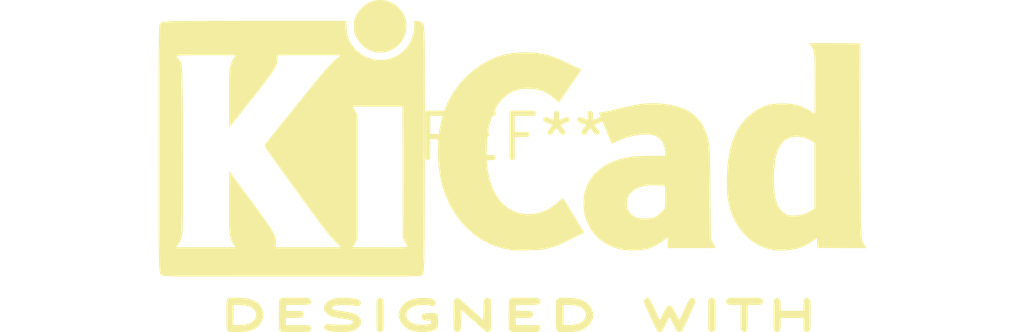
<source format=kicad_pcb>
(kicad_pcb (version 20240108) (generator pcbnew)
  (layers (0 "F.Cu" signal) (31 "B.Cu" signal) (34 "B.Paste" user) (35 "F.Paste" user) (36 "B.SilkS" user "B.Silkscreen") (37 "F.SilkS" user "F.Silkscreen") (38 "B.Mask" user) (39 "F.Mask" user) (44 "Edge.Cuts" user))
  (net 0 "")
  (footprint "KiCad-Logo2_8mm_SilkScreen" (layer "F.Cu") (at 0 0)
    (property "Reference" "REF**")
    (property "Value" "KiCad-Logo2_8mm_SilkScreen")
    (fp_poly (pts (xy 5.751604 4.615477) (xy 5.783174 4.635142) (xy 5.818656 4.663873) (xy 5.818656 5.091966) (xy 5.818543 5.21719) (xy 5.818059 5.315847) (xy 5.816986 5.39143) (xy 5.815108 5.447433) (xy 5.812206 5.487347) (xy 5.808063 5.514666) (xy 5.802462 5.532881) (xy 5.795185 5.545486) (xy 5.790024 5.551696) (xy 5.748168 5.57898) (xy 5.700505 5.577867) (xy 5.658753 5.554602) (xy 5.623271 5.525871) (xy 5.623271 4.663873) (xy 5.658753 4.635142) (xy 5.692998 4.614242) (xy 5.720963 4.60641) (xy 5.751604 4.615477)) (layer "F.SilkS") (stroke (width 0.01)) (fill solid))
    (fp_poly (pts (xy -3.717617 4.63647) (xy -3.708855 4.646552) (xy -3.701982 4.659559) (xy -3.696769 4.678975) (xy -3.692988 4.708284) (xy -3.69041 4.750971) (xy -3.688807 4.810519) (xy -3.687949 4.890414) (xy -3.68761 4.99414) (xy -3.687557 5.094872) (xy -3.68765 5.219816) (xy -3.688081 5.318185) (xy -3.689077 5.393465) (xy -3.690869 5.449138) (xy -3.693683 5.48869) (xy -3.69775 5.515605) (xy -3.703296 5.533367) (xy -3.710551 5.545461) (xy -3.717617 5.553274) (xy -3.761556 5.579476) (xy -3.808374 5.577125) (xy -3.850263 5.548548) (xy -3.859888 5.537391) (xy -3.867409 5.524447) (xy -3.873088 5.506136) (xy -3.877181 5.478882) (xy -3.879949 5.439104) (xy -3.88165 5.383226) (xy -3.882543 5.307668) (xy -3.882887 5.208852) (xy -3.882942 5.096978) (xy -3.882942 4.680192) (xy -3.846051 4.643301) (xy -3.800579 4.612264) (xy -3.75647 4.611145) (xy -3.717617 4.63647)) (layer "F.SilkS") (stroke (width 0.01)) (fill solid))
    (fp_poly (pts (xy -3.602318 -3.916067) (xy -3.466071 -3.868828) (xy -3.339221 -3.794473) (xy -3.225933 -3.693013) (xy -3.130372 -3.564457) (xy -3.087446 -3.483428) (xy -3.050295 -3.370092) (xy -3.032288 -3.239249) (xy -3.034283 -3.104735) (xy -3.056423 -2.982842) (xy -3.116936 -2.833893) (xy -3.204686 -2.704691) (xy -3.315212 -2.597777) (xy -3.444054 -2.515694) (xy -3.586753 -2.460984) (xy -3.738849 -2.43619) (xy -3.895881 -2.443853) (xy -3.973286 -2.460228) (xy -4.124141 -2.518911) (xy -4.258125 -2.608457) (xy -4.372006 -2.726107) (xy -4.462552 -2.869098) (xy -4.470212 -2.884714) (xy -4.496694 -2.943314) (xy -4.513322 -2.992666) (xy -4.52235 -3.04473) (xy -4.526032 -3.111461) (xy -4.526643 -3.184071) (xy -4.525633 -3.271309) (xy -4.521072 -3.334376) (xy -4.510666 -3.385364) (xy -4.492121 -3.436367) (xy -4.46923 -3.486687) (xy -4.383846 -3.62953) (xy -4.278699 -3.74519) (xy -4.157955 -3.833675) (xy -4.025779 -3.894995) (xy -3.886337 -3.929161) (xy -3.743795 -3.936182) (xy -3.602318 -3.916067)) (layer "F.SilkS") (stroke (width 0.01)) (fill solid))
    (fp_poly (pts (xy 6.782677 4.606539) (xy 6.887465 4.607043) (xy 6.968799 4.608096) (xy 7.02998 4.609876) (xy 7.074311 4.612557) (xy 7.105094 4.616314) (xy 7.125631 4.621325) (xy 7.139225 4.627763) (xy 7.145803 4.632712) (xy 7.179944 4.676029) (xy 7.184074 4.721003) (xy 7.162976 4.76186) (xy 7.149179 4.778186) (xy 7.134332 4.789318) (xy 7.112815 4.79625) (xy 7.079008 4.799977) (xy 7.027292 4.801494) (xy 6.952047 4.801794) (xy 6.937269 4.801795) (xy 6.742975 4.801795) (xy 6.742975 5.162505) (xy 6.742847 5.276201) (xy 6.742266 5.363685) (xy 6.740936 5.428802) (xy 6.73856 5.475398) (xy 6.734844 5.507319) (xy 6.729492 5.528412) (xy 6.722207 5.542523) (xy 6.712916 5.553274) (xy 6.669071 5.579696) (xy 6.6233 5.577614) (xy 6.58179 5.547469) (xy 6.578741 5.543733) (xy 6.568812 5.52961) (xy 6.561248 5.513086) (xy 6.555729 5.490146) (xy 6.551933 5.456773) (xy 6.549542 5.408955) (xy 6.548234 5.342674) (xy 6.547691 5.253918) (xy 6.547591 5.152963) (xy 6.547591 4.801795) (xy 6.36205 4.801795) (xy 6.282427 4.801256) (xy 6.227304 4.799157) (xy 6.191132 4.794771) (xy 6.168362 4.787376) (xy 6.153447 4.776245) (xy 6.151636 4.77431) (xy 6.129858 4.730057) (xy 6.131784 4.680029) (xy 6.156821 4.63647) (xy 6.166504 4.62802) (xy 6.178988 4.621321) (xy 6.197603 4.616169) (xy 6.225677 4.612361) (xy 6.266541 4.609697) (xy 6.323522 4.607972) (xy 6.399952 4.606984) (xy 6.499157 4.606532) (xy 6.624469 4.606412) (xy 6.651133 4.60641) (xy 6.782677 4.606539)) (layer "F.SilkS") (stroke (width 0.01)) (fill solid))
    (fp_poly (pts (xy 8.467859 4.613688) (xy 8.509635 4.643301) (xy 8.546525 4.680192) (xy 8.546525 5.092162) (xy 8.546429 5.214486) (xy 8.545972 5.310398) (xy 8.544903 5.383544) (xy 8.542971 5.43757) (xy 8.539923 5.476123) (xy 8.535509 5.502848) (xy 8.529476 5.521394) (xy 8.521574 5.535405) (xy 8.515375 5.543733) (xy 8.474461 5.576449) (xy 8.427482 5.58) (xy 8.384544 5.559937) (xy 8.370356 5.548092) (xy 8.360872 5.532358) (xy 8.355151 5.507022) (xy 8.352253 5.46637) (xy 8.351238 5.404688) (xy 8.351141 5.357038) (xy 8.351141 5.177535) (xy 7.689839 5.177535) (xy 7.689839 5.340833) (xy 7.689155 5.415505) (xy 7.686419 5.466824) (xy 7.680604 5.501477) (xy 7.670684 5.526155) (xy 7.658689 5.543733) (xy 7.617546 5.576357) (xy 7.571017 5.58022) (xy 7.526473 5.557032) (xy 7.514312 5.544876) (xy 7.505723 5.528761) (xy 7.500058 5.50366) (xy 7.496669 5.464544) (xy 7.494908 5.406386) (xy 7.494128 5.324158) (xy 7.494036 5.305286) (xy 7.493392 5.150357) (xy 7.49306 5.022674) (xy 7.493168 4.919427) (xy 7.493845 4.837803) (xy 7.495218 4.774992) (xy 7.497416 4.728181) (xy 7.500566 4.694559) (xy 7.504798 4.671315) (xy 7.510238 4.655636) (xy 7.517015 4.644711) (xy 7.524514 4.63647) (xy 7.566933 4.610107) (xy 7.611172 4.613688) (xy 7.652948 4.643301) (xy 7.669853 4.662407) (xy 7.680629 4.683511) (xy 7.686641 4.713568) (xy 7.689256 4.759533) (xy 7.689839 4.82836) (xy 7.689839 4.98215) (xy 8.351141 4.98215) (xy 8.351141 4.824339) (xy 8.351816 4.751636) (xy 8.354526 4.702545) (xy 8.360301 4.670636) (xy 8.370169 4.649478) (xy 8.3812 4.63647) (xy 8.423619 4.610107) (xy 8.467859 4.613688)) (layer "F.SilkS") (stroke (width 0.01)) (fill solid))
    (fp_poly (pts (xy 1.530783 4.606687) (xy 1.702501 4.612493) (xy 1.848555 4.630101) (xy 1.971353 4.660563) (xy 2.073303 4.704935) (xy 2.156814 4.764271) (xy 2.224293 4.839624) (xy 2.278149 4.93205) (xy 2.279208 4.934304) (xy 2.311349 5.017024) (xy 2.322801 5.090284) (xy 2.31352 5.164012) (xy 2.283461 5.248135) (xy 2.277761 5.260937) (xy 2.238885 5.335862) (xy 2.195195 5.393757) (xy 2.138806 5.442972) (xy 2.061838 5.491857) (xy 2.057366 5.494409) (xy 1.990363 5.526595) (xy 1.914631 5.550632) (xy 1.825304 5.567351) (xy 1.717515 5.577579) (xy 1.586398 5.582146) (xy 1.540072 5.582543) (xy 1.319476 5.583334) (xy 1.288326 5.543733) (xy 1.279086 5.530711) (xy 1.271878 5.515504) (xy 1.26645 5.494466) (xy 1.262551 5.46395) (xy 1.259929 5.420311) (xy 1.259074 5.387949) (xy 1.467591 5.387949) (xy 1.592582 5.387949) (xy 1.665723 5.38581) (xy 1.740807 5.380181) (xy 1.80243 5.372243) (xy 1.806149 5.371575) (xy 1.915599 5.342212) (xy 2.000494 5.298097) (xy 2.063518 5.237183) (xy 2.10736 5.157424) (xy 2.114983 5.136284) (xy 2.122456 5.103362) (xy 2.119221 5.070836) (xy 2.103479 5.027564) (xy 2.09399 5.006307) (xy 2.062917 4.94982) (xy 2.025479 4.910191) (xy 1.984287 4.882594) (xy 1.901776 4.846682) (xy 1.796179 4.820668) (xy 1.673164 4.805688) (xy 1.58407 4.802392) (xy 1.467591 4.801795) (xy 1.467591 5.387949) (xy 1.259074 5.387949) (xy 1.258332 5.3599) (xy 1.25751 5.279072) (xy 1.25721 5.174181) (xy 1.257176 5.092162) (xy 1.257176 4.680192) (xy 1.294067 4.643301) (xy 1.31044 4.628348) (xy 1.328143 4.618108) (xy 1.352865 4.611701) (xy 1.390294 4.608247) (xy 1.446119 4.606867) (xy 1.526028 4.606681) (xy 1.530783 4.606687)) (layer "F.SilkS") (stroke (width 0.01)) (fill solid))
    (fp_poly (pts (xy -7.974708 4.606409) (xy -7.922143 4.606944) (xy -7.768119 4.61066) (xy -7.639125 4.621699) (xy -7.530763 4.641246) (xy -7.438638 4.670483) (xy -7.358353 4.710597) (xy -7.285512 4.762769) (xy -7.259495 4.785433) (xy -7.216337 4.838462) (xy -7.177421 4.910421) (xy -7.147427 4.990184) (xy -7.131035 5.066625) (xy -7.129332 5.094872) (xy -7.140005 5.173174) (xy -7.168607 5.258705) (xy -7.210011 5.339663) (xy -7.259095 5.404246) (xy -7.267067 5.412038) (xy -7.3346 5.466808) (xy -7.408552 5.509563) (xy -7.493188 5.541423) (xy -7.592771 5.563508) (xy -7.711566 5.576938) (xy -7.853834 5.582834) (xy -7.919 5.583334) (xy -8.001855 5.582935) (xy -8.060123 5.581266) (xy -8.09927 5.577622) (xy -8.124763 5.571293) (xy -8.142068 5.561574) (xy -8.151344 5.553274) (xy -8.160106 5.543192) (xy -8.166979 5.530185) (xy -8.172192 5.510769) (xy -8.175973 5.48146) (xy -8.178551 5.438773) (xy -8.180154 5.379225) (xy -8.181011 5.29933) (xy -8.181351 5.195605) (xy -8.181403 5.094872) (xy -8.181734 4.960519) (xy -8.181662 4.853192) (xy -8.180384 4.801795) (xy -7.986019 4.801795) (xy -7.986019 5.387949) (xy -7.862025 5.387835) (xy -7.787415 5.385696) (xy -7.709272 5.380183) (xy -7.644074 5.372472) (xy -7.64209 5.372155) (xy -7.536717 5.346678) (xy -7.454986 5.307) (xy -7.392816 5.250538) (xy -7.353314 5.189406) (xy -7.328974 5.121593) (xy -7.330861 5.057919) (xy -7.359109 4.989665) (xy -7.414362 4.919056) (xy -7.490927 4.866735) (xy -7.590449 4.831763) (xy -7.656961 4.819386) (xy -7.732461 4.810694) (xy -7.812479 4.804404) (xy -7.880538 4.801788) (xy -7.884569 4.801776) (xy -7.986019 4.801795) (xy -8.180384 4.801795) (xy -8.17959 4.769881) (xy -8.173915 4.707579) (xy -8.163041 4.663275) (xy -8.145368 4.63396) (xy -8.119297 4.616625) (xy -8.083229 4.608261) (xy -8.035566 4.605859) (xy -7.974708 4.606409)) (layer "F.SilkS") (stroke (width 0.01)) (fill solid))
    (fp_poly (pts (xy -1.555874 4.612244) (xy -1.524499 4.630649) (xy -1.483476 4.660749) (xy -1.430678 4.70396) (xy -1.363979 4.761702) (xy -1.281253 4.835392) (xy -1.180374 4.926448) (xy -1.064895 5.031138) (xy -0.824421 5.249207) (xy -0.816906 4.956508) (xy -0.814193 4.855754) (xy -0.811576 4.780722) (xy -0.808474 4.727084) (xy -0.80431 4.69051) (xy -0.798505 4.666671) (xy -0.790478 4.651238) (xy -0.779651 4.639882) (xy -0.77391 4.63511) (xy -0.727937 4.609877) (xy -0.684191 4.613566) (xy -0.649489 4.635123) (xy -0.614007 4.663835) (xy -0.609594 5.08315) (xy -0.608373 5.206471) (xy -0.607751 5.303348) (xy -0.607944 5.377394) (xy -0.609168 5.432221) (xy -0.611638 5.471443) (xy -0.615568 5.498673) (xy -0.621174 5.517523) (xy -0.628672 5.531605) (xy -0.636987 5.542899) (xy -0.654976 5.563846) (xy -0.672875 5.577731) (xy -0.693166 5.58306) (xy -0.718332 5.57834) (xy -0.750854 5.562077) (xy -0.793217 5.532777) (xy -0.847902 5.488946) (xy -0.917391 5.429091) (xy -1.004169 5.351718) (xy -1.102469 5.262814) (xy -1.455664 4.942435) (xy -1.463179 5.234177) (xy -1.465897 5.334747) (xy -1.468521 5.409604) (xy -1.471633 5.463084) (xy -1.475816 5.499526) (xy -1.481651 5.523268) (xy -1.48972 5.538646) (xy -1.500605 5.55) (xy -1.506175 5.554626) (xy -1.55541 5.580042) (xy -1.601931 5.576209) (xy -1.642443 5.543733) (xy -1.65171 5.530667) (xy -1.658933 5.515409) (xy -1.664366 5.494296) (xy -1.668262 5.463669) (xy -1.670875 5.419866) (xy -1.672461 5.359227) (xy -1.673272 5.278091) (xy -1.673562 5.172797) (xy -1.673593 5.094872) (xy -1.673495 4.972988) (xy -1.673033 4.877503) (xy -1.671951 4.804755) (xy -1.669997 4.751083) (xy -1.666916 4.712827) (xy -1.662454 4.686327) (xy -1.656357 4.66792) (xy -1.648371 4.653948) (xy -1.642443 4.646011) (xy -1.627416 4.627212) (xy -1.613372 4.613017) (xy -1.598184 4.604846) (xy -1.579727 4.604116) (xy -1.555874 4.612244)) (layer "F.SilkS") (stroke (width 0.01)) (fill solid))
    (fp_poly (pts (xy -2.421216 4.613776) (xy -2.329995 4.629082) (xy -2.259936 4.652875) (xy -2.214358 4.684204) (xy -2.201938 4.702078) (xy -2.189308 4.743649) (xy -2.197807 4.781256) (xy -2.224639 4.816919) (xy -2.26633 4.833603) (xy -2.326824 4.832248) (xy -2.373613 4.823209) (xy -2.477582 4.805987) (xy -2.583834 4.804351) (xy -2.702763 4.818329) (xy -2.735614 4.824252) (xy -2.846199 4.855431) (xy -2.932713 4.90181) (xy -2.994207 4.962599) (xy -3.029732 5.037008) (xy -3.037079 5.075478) (xy -3.03227 5.153527) (xy -3.00122 5.222581) (xy -2.94676 5.281293) (xy -2.871718 5.328317) (xy -2.778924 5.362307) (xy -2.671206 5.381918) (xy -2.551395 5.385805) (xy -2.422319 5.37262) (xy -2.415031 5.371376) (xy -2.363692 5.361814) (xy -2.335226 5.352578) (xy -2.322888 5.338873) (xy -2.319932 5.315906) (xy -2.319865 5.303743) (xy -2.319865 5.252683) (xy -2.411031 5.252683) (xy -2.491536 5.247168) (xy -2.546475 5.229594) (xy -2.57844 5.198417) (xy -2.590026 5.152094) (xy -2.590167 5.146048) (xy -2.583389 5.106453) (xy -2.560145 5.078181) (xy -2.516884 5.059471) (xy -2.450055 5.048564) (xy -2.385324 5.044554) (xy -2.291241 5.042253) (xy -2.222998 5.045764) (xy -2.176455 5.058719) (xy -2.147472 5.08475) (xy -2.131909 5.127491) (xy -2.125625 5.190574) (xy -2.12448 5.273428) (xy -2.126356 5.36591) (xy -2.132 5.428818) (xy -2.141436 5.462403) (xy -2.143267 5.465033) (xy -2.195079 5.506998) (xy -2.271044 5.540232) (xy -2.366346 5.564023) (xy -2.47617 5.577663) (xy -2.5957 5.580442) (xy -2.72012 5.571649) (xy -2.793297 5.560849) (xy -2.908074 5.528362) (xy -3.01475 5.47525) (xy -3.104065 5.406319) (xy -3.11764 5.392542) (xy -3.161746 5.334622) (xy -3.201543 5.26284) (xy -3.232381 5.187583) (xy -3.249611 5.119241) (xy -3.251688 5.092993) (xy -3.242847 5.038241) (xy -3.219349 4.970119) (xy -3.185703 4.898414) (xy -3.146418 4.832913) (xy -3.111709 4.789162) (xy -3.030557 4.724083) (xy -2.925652 4.672285) (xy -2.800754 4.634938) (xy -2.659621 4.613217) (xy -2.530279 4.607909) (xy -2.421216 4.613776)) (layer "F.SilkS") (stroke (width 0.01)) (fill solid))
    (fp_poly (pts (xy 0.481716 4.606667) (xy 0.583377 4.607884) (xy 0.661282 4.61073) (xy 0.718581 4.615874) (xy 0.758427 4.623984) (xy 0.783968 4.635731) (xy 0.798357 4.651782) (xy 0.804745 4.672808) (xy 0.806281 4.699476) (xy 0.806289 4.702626) (xy 0.804955 4.73279) (xy 0.798651 4.756103) (xy 0.783922 4.773506) (xy 0.757315 4.78594) (xy 0.715374 4.794345) (xy 0.654646 4.799665) (xy 0.571676 4.802839) (xy 0.463011 4.804809) (xy 0.429705 4.805245) (xy 0.107413 4.80931) (xy 0.102906 4.89573) (xy 0.098398 4.98215) (xy 0.322263 4.98215) (xy 0.409721 4.982473) (xy 0.472169 4.983837) (xy 0.514654 4.986839) (xy 0.542223 4.992073) (xy 0.559922 5.000135) (xy 0.572797 5.01162) (xy 0.57288 5.011711) (xy 0.59623 5.056471) (xy 0.595386 5.104847) (xy 0.570879 5.146086) (xy 0.566029 5.150325) (xy 0.548815 5.161249) (xy 0.525226 5.168849) (xy 0.490007 5.173697) (xy 0.4379 5.176366) (xy 0.36365 5.177428) (xy 0.316162 5.177535) (xy 0.099898 5.177535) (xy 0.099898 5.387949) (xy 0.42822 5.387949) (xy 0.536618 5.388139) (xy 0.618935 5.388914) (xy 0.679149 5.390584) (xy 0.721235 5.393458) (xy 0.749171 5.397847) (xy 0.766934 5.404059) (xy 0.7785 5.412404) (xy 0.781415 5.415434) (xy 0.802936 5.457434) (xy 0.80451 5.505214) (xy 0.786855 5.546642) (xy 0.772885 5.559937) (xy 0.758354 5.567256) (xy 0.735838 5.572919) (xy 0.701776 5.577123) (xy 0.652607 5.580068) (xy 0.584768 5.581951) (xy 0.494698 5.58297) (xy 0.378837 5.583325) (xy 0.352643 5.583334) (xy 0.234839 5.583256) (xy 0.143396 5.582831) (xy 0.074614 5.581766) (xy 0.024796 5.579769) (xy -0.00976 5.57655) (xy -0.03275 5.571816) (xy -0.047874 5.565277) (xy -0.058831 5.556641) (xy -0.064842 5.55044) (xy -0.07389 5.539457) (xy -0.080958 5.525852) (xy -0.086291 5.506056) (xy -0.090132 5.476502) (xy -0.092725 5.433621) (xy -0.094313 5.373845) (xy -0.095139 5.293607) (xy -0.095448 5.189339) (xy -0.095486 5.10158) (xy -0.095392 4.978608) (xy -0.094943 4.882069) (xy -0.093892 4.808339) (xy -0.09199 4.75379) (xy -0.088991 4.714799) (xy -0.084645 4.687739) (xy -0.078706 4.668984) (xy -0.070925 4.65491) (xy -0.064336 4.646011) (xy -0.033186 4.60641) (xy 0.353148 4.60641) (xy 0.481716 4.606667)) (layer "F.SilkS") (stroke (width 0.01)) (fill solid))
    (fp_poly (pts (xy -6.099384 4.606516) (xy -6.006976 4.607012) (xy -5.937227 4.608165) (xy -5.886437 4.610244) (xy -5.850905 4.613515) (xy -5.826932 4.618247) (xy -5.810818 4.624707) (xy -5.798863 4.633163) (xy -5.794533 4.637055) (xy -5.768205 4.678404) (xy -5.763465 4.725916) (xy -5.780784 4.768095) (xy -5.788793 4.77662) (xy -5.801746 4.784885) (xy -5.822602 4.791261) (xy -5.85523 4.796059) (xy -5.903496 4.799588) (xy -5.971268 4.802158) (xy -6.062414 4.804081) (xy -6.145745 4.805251) (xy -6.475546 4.80931) (xy -6.48456 4.98215) (xy -6.260696 4.98215) (xy -6.163508 4.982989) (xy -6.092357 4.986496) (xy -6.043245 4.994159) (xy -6.012171 5.007467) (xy -5.995138 5.027905) (xy -5.988146 5.056963) (xy -5.987084 5.083931) (xy -5.990384 5.117021) (xy -6.002837 5.141404) (xy -6.028274 5.158353) (xy -6.070525 5.169143) (xy -6.13342 5.175048) (xy -6.220789 5.177341) (xy -6.268475 5.177535) (xy -6.48306 5.177535) (xy -6.48306 5.387949) (xy -6.152409 5.387949) (xy -6.044024 5.3881) (xy -5.961651 5.388778) (xy -5.901243 5.39032) (xy -5.858753 5.393063) (xy -5.830135 5.397345) (xy -5.811342 5.403503) (xy -5.798328 5.411873) (xy -5.791699 5.418008) (xy -5.768961 5.453813) (xy -5.76164 5.485641) (xy -5.772093 5.524518) (xy -5.791699 5.553274) (xy -5.802159 5.562327) (xy -5.815662 5.569357) (xy -5.83584 5.574618) (xy -5.866325 5.578365) (xy -5.910749 5.580854) (xy -5.972745 5.582339) (xy -6.055945 5.583075) (xy -6.163981 5.583318) (xy -6.220043 5.583334) (xy -6.340098 5.583227) (xy -6.433728 5.582739) (xy -6.504563 5.581613) (xy -6.556235 5.579595) (xy -6.592377 5.57643) (xy -6.616622 5.571863) (xy -6.632601 5.56564) (xy -6.643947 5.557504) (xy -6.648386 5.553274) (xy -6.657171 5.54316) (xy -6.664058 5.530112) (xy -6.669275 5.510634) (xy -6.673053 5.481228) (xy -6.675624 5.438398) (xy -6.677218 5.378648) (xy -6.678065 5.298481) (xy -6.678396 5.194401) (xy -6.678445 5.097492) (xy -6.6784 4.973387) (xy -6.678088 4.87583) (xy -6.677242 4.80131) (xy -6.675596 4.746315) (xy -6.672883 4.707334) (xy -6.668837 4.680857) (xy -6.663191 4.66337) (xy -6.65568 4.651364) (xy -6.646036 4.641327) (xy -6.64366 4.63909) (xy -6.632129 4.629183) (xy -6.618732 4.621512) (xy -6.59975 4.61579) (xy -6.571469 4.611732) (xy -6.530172 4.609052) (xy -6.472142 4.607466) (xy -6.393663 4.606688) (xy -6.29102 4.606432) (xy -6.21815 4.60641) (xy -6.099384 4.606516)) (layer "F.SilkS") (stroke (width 0.01)) (fill solid))
    (fp_poly (pts (xy 5.160547 4.60903) (xy 5.186628 4.61835) (xy 5.187634 4.618806) (xy 5.223052 4.645834) (xy 5.242566 4.673636) (xy 5.246384 4.686672) (xy 5.246195 4.703992) (xy 5.240822 4.728667) (xy 5.229088 4.763764) (xy 5.209813 4.812353) (xy 5.181822 4.877502) (xy 5.143936 4.962281) (xy 5.094978 5.069759) (xy 5.068031 5.128503) (xy 5.01937 5.233373) (xy 4.97369 5.329814) (xy 4.932734 5.414298) (xy 4.898246 5.4833) (xy 4.871969 5.533294) (xy 4.855646 5.560754) (xy 4.852416 5.564547) (xy 4.811089 5.58128) (xy 4.764409 5.579039) (xy 4.72697 5.558687) (xy 4.725444 5.557032) (xy 4.710551 5.534486) (xy 4.685569 5.490571) (xy 4.653579 5.43094) (xy 4.61766 5.361246) (xy 4.604752 5.335563) (xy 4.507314 5.140397) (xy 4.401106 5.352407) (xy 4.363197 5.425661) (xy 4.328027 5.48919) (xy 4.298468 5.538131) (xy 4.277394 5.567622) (xy 4.270252 5.573876) (xy 4.214738 5.582345) (xy 4.168929 5.564547) (xy 4.155454 5.545525) (xy 4.132136 5.503249) (xy 4.100877 5.44188) (xy 4.06358 5.365576) (xy 4.022146 5.278499) (xy 3.978478 5.184807) (xy 3.934478 5.088661) (xy 3.892048 4.994221) (xy 3.85309 4.905645) (xy 3.819507 4.827096) (xy 3.793201 4.762731) (xy 3.776074 4.716711) (xy 3.770029 4.693197) (xy 3.770091 4.692345) (xy 3.7848 4.662756) (xy 3.814202 4.63262) (xy 3.815933 4.631308) (xy 3.85207 4.610882) (xy 3.885494 4.61108) (xy 3.898022 4.614931) (xy 3.913287 4.623253) (xy 3.929498 4.639625) (xy 3.948599 4.667442) (xy 3.972535 4.7101) (xy 4.003251 4.770995) (xy 4.042691 4.853525) (xy 4.078258 4.929707) (xy 4.119177 5.018014) (xy 4.155844 5.097426) (xy 4.186354 5.163796) (xy 4.208802 5.212975) (xy 4.221283 5.240813) (xy 4.223103 5.245168) (xy 4.23129 5.238049) (xy 4.250105 5.208241) (xy 4.277046 5.160096) (xy 4.309608 5.097963) (xy 4.322566 5.072328) (xy 4.36646 4.985765) (xy 4.400311 4.922725) (xy 4.426897 4.879542) (xy 4.448995 4.852552) (xy 4.469384 4.838088) (xy 4.49084 4.832487) (xy 4.504823 4.831854) (xy 4.529488 4.83404) (xy 4.551102 4.843079) (xy 4.572578 4.862697) (xy 4.59683 4.896617) (xy 4.62677 4.948562) (xy 4.665313 5.022258) (xy 4.686578 5.06418) (xy 4.721072 5.130994) (xy 4.751156 5.186401) (xy 4.774177 5.225727) (xy 4.78748 5.244296) (xy 4.789289 5.245069) (xy 4.79788 5.230455) (xy 4.817114 5.192507) (xy 4.845065 5.135196) (xy 4.879807 5.062496) (xy 4.919413 4.978376) (xy 4.938896 4.936594) (xy 4.98958 4.828763) (xy 5.030393 4.74579) (xy 5.063454 4.684966) (xy 5.090881 4.643585) (xy 5.114792 4.61894) (xy 5.137308 4.608324) (xy 5.160547 4.60903)) (layer "F.SilkS") (stroke (width 0.01)) (fill solid))
    (fp_poly (pts (xy -4.739942 4.608121) (xy -4.640337 4.615084) (xy -4.547698 4.625959) (xy -4.467412 4.640338) (xy -4.404862 4.65781) (xy -4.365435 4.677966) (xy -4.359383 4.683899) (xy -4.338338 4.729939) (xy -4.34472 4.777204) (xy -4.377361 4.817642) (xy -4.378918 4.818801) (xy -4.398117 4.831261) (xy -4.418159 4.837813) (xy -4.446114 4.838608) (xy -4.489053 4.8338) (xy -4.554045 4.823539) (xy -4.559273 4.822675) (xy -4.656115 4.810778) (xy -4.760598 4.804909) (xy -4.865389 4.804852) (xy -4.963156 4.810391) (xy -5.046566 4.821309) (xy -5.108287 4.837389) (xy -5.112342 4.839005) (xy -5.157118 4.864093) (xy -5.17285 4.889482) (xy -5.160534 4.914451) (xy -5.121169 4.93828) (xy -5.055752 4.960246) (xy -4.96528 4.97963) (xy -4.904954 4.988962) (xy -4.779554 5.006913) (xy -4.679819 5.023323) (xy -4.6015 5.039612) (xy -4.540347 5.057202) (xy -4.492113 5.077513) (xy -4.452549 5.101967) (xy -4.417406 5.131984) (xy -4.389165 5.16146) (xy -4.355662 5.202531) (xy -4.339173 5.237846) (xy -4.334017 5.281357) (xy -4.33383 5.297292) (xy -4.337702 5.350169) (xy -4.353181 5.389507) (xy -4.379969 5.424424) (xy -4.434413 5.477798) (xy -4.495124 5.518502) (xy -4.566612 5.547864) (xy -4.65339 5.567211) (xy -4.759968 5.57787) (xy -4.890857 5.581169) (xy -4.912469 5.581113) (xy -4.999752 5.579304) (xy -5.086313 5.575193) (xy -5.162716 5.56937) (xy -5.219524 5.562425) (xy -5.224118 5.561628) (xy -5.280599 5.548248) (xy -5.328506 5.531346) (xy -5.355627 5.515895) (xy -5.380865 5.47513) (xy -5.382623 5.427662) (xy -5.360866 5.385359) (xy -5.355998 5.380576) (xy -5.335876 5.366363) (xy -5.310712 5.36024) (xy -5.271767 5.361282) (xy -5.224489 5.366698) (xy -5.171659 5.371537) (xy -5.097602 5.375619) (xy -5.011145 5.378582) (xy -4.921117 5.380061) (xy -4.897439 5.380158) (xy -4.807076 5.379794) (xy -4.740943 5.37804) (xy -4.693221 5.374287) (xy -4.658092 5.367927) (xy -4.629736 5.358351) (xy -4.612695 5.350375) (xy -4.57525 5.328229) (xy -4.551375 5.308172) (xy -4.547886 5.302487) (xy -4.555247 5.279009) (xy -4.590241 5.256281) (xy -4.650442 5.235334) (xy -4.733425 5.2172) (xy -4.757874 5.213161) (xy -4.885576 5.193103) (xy -4.987494 5.176338) (xy -5.06756 5.161647) (xy -5.129708 5.147812) (xy -5.177872 5.133615) (xy -5.215986 5.117837) (xy -5.247984 5.09926) (xy -5.277798 5.076666) (xy -5.309364 5.048837) (xy -5.319986 5.03908) (xy -5.357227 5.002666) (xy -5.376941 4.973816) (xy -5.384653 4.940802) (xy -5.385901 4.899199) (xy -5.372169 4.817615) (xy -5.331132 4.748298) (xy -5.263024 4.691472) (xy -5.168081 4.647361) (xy -5.100338 4.627576) (xy -5.026713 4.614797) (xy -4.938515 4.607568) (xy -4.84113 4.605479) (xy -4.739942 4.608121)) (layer "F.SilkS") (stroke (width 0.01)) (fill solid))
    (fp_poly (pts (xy 0.581378 -2.430769) (xy 0.777019 -2.409351) (xy 0.966562 -2.371015) (xy 1.157717 -2.313762) (xy 1.358196 -2.235591) (xy 1.575708 -2.134504) (xy 1.61488 -2.114924) (xy 1.704772 -2.070638) (xy 1.789553 -2.030761) (xy 1.860855 -1.999102) (xy 1.91031 -1.979468) (xy 1.917908 -1.976996) (xy 1.990714 -1.955183) (xy 1.664803 -1.481056) (xy 1.585123 -1.365177) (xy 1.512272 -1.259306) (xy 1.44873 -1.167038) (xy 1.396972 -1.091967) (xy 1.359477 -1.037687) (xy 1.338723 -1.007793) (xy 1.335351 -1.003059) (xy 1.321655 -1.012958) (xy 1.287943 -1.042715) (xy 1.240244 -1.086927) (xy 1.21392 -1.111916) (xy 1.064772 -1.230544) (xy 0.897268 -1.320687) (xy 0.752928 -1.370064) (xy 0.666283 -1.385571) (xy 0.557796 -1.395021) (xy 0.440227 -1.398239) (xy 0.326334 -1.395049) (xy 0.228879 -1.385276) (xy 0.18999 -1.377791) (xy 0.014712 -1.317488) (xy -0.143235 -1.22541) (xy -0.283732 -1.101727) (xy -0.406665 -0.946607) (xy -0.511915 -0.760219) (xy -0.599365 -0.54273) (xy -0.6689 -0.294308) (xy -0.710225 -0.081643) (xy -0.721006 0.012241) (xy -0.728352 0.133524) (xy -0.732333 0.273493) (xy -0.733021 0.423431) (xy -0.730486 0.574622) (xy -0.7248 0.718351) (xy -0.716033 0.845903) (xy -0.704256 0.948562) (xy -0.701707 0.964401) (xy -0.645519 1.219536) (xy -0.568964 1.445342) (xy -0.471574 1.642831) (xy -0.352886 1.813014) (xy -0.268637 1.905022) (xy -0.11723 2.029943) (xy 0.048817 2.12254) (xy 0.226701 2.182309) (xy 0.413622 2.208746) (xy 0.606778 2.201348) (xy 0.803369 2.159611) (xy 0.919597 2.118771) (xy 1.080438 2.03699) (xy 1.246213 1.919678) (xy 1.339073 1.840345) (xy 1.391214 1.794429) (xy 1.43218 1.760742) (xy 1.455498 1.74451) (xy 1.458393 1.744015) (xy 1.4688 1.760601) (xy 1.495767 1.804432) (xy 1.536996 1.871748) (xy 1.590189 1.958794) (xy 1.65305 2.06181) (xy 1.723281 2.177041) (xy 1.762372 2.241231) (xy 2.060964 2.731677) (xy 1.688161 2.915915) (xy 1.553369 2.982093) (xy 1.444175 3.034278) (xy 1.353907 3.07506) (xy 1.275888 3.107033) (xy 1.203444 3.132787) (xy 1.129901 3.154914) (xy 1.048584 3.176007) (xy 0.970643 3.19453) (xy 0.901366 3.208863) (xy 0.828917 3.219694) (xy 0.746042 3.227626) (xy 0.645488 3.233258) (xy 0.520003 3.237192) (xy 0.435428 3.238891) (xy 0.314754 3.24005) (xy 0.199042 3.239465) (xy 0.095951 3.237304) (xy 0.013138 3.233732) (xy -0.04174 3.228917) (xy -0.044992 3.228437) (xy -0.329957 3.166786) (xy -0.597558 3.073285) (xy -0.847703 2.947993) (xy -1.080296 2.790974) (xy -1.295243 2.602289) (xy -1.49245 2.382) (xy -1.635273 2.186214) (xy -1.78732 1.929949) (xy -1.910227 1.659317) (xy -2.00459 1.372149) (xy -2.071001 1.066276) (xy -2.110056 0.739528) (xy -2.12236 0.407739) (xy -2.112241 0.086779) (xy -2.080439 -0.209354) (xy -2.025946 -0.485655) (xy -1.94775 -0.747119) (xy -1.844841 -0.998742) (xy -1.832553 -1.02481) (xy -1.69718 -1.268493) (xy -1.530911 -1.500382) (xy -1.338459 -1.715677) (xy -1.124534 -1.909578) (xy -0.893845 -2.077285) (xy -0.678891 -2.200304) (xy -0.461742 -2.296655) (xy -0.244132 -2.366449) (xy -0.017638 -2.411587) (xy 0.226166 -2.433969) (xy 0.371928 -2.437269) (xy 0.581378 -2.430769)) (layer "F.SilkS") (stroke (width 0.01)) (fill solid))
    (fp_poly (pts (xy 9.041571 -2.699911) (xy 9.195876 -2.699277) (xy 9.248321 -2.698958) (xy 9.9695 -2.694214) (xy 9.978571 0.072572) (xy 9.979769 0.447756) (xy 9.980832 0.788417) (xy 9.981827 1.096318) (xy 9.982823 1.373221) (xy 9.983888 1.620888) (xy 9.985091 1.841081) (xy 9.986499 2.035562) (xy 9.988182 2.206094) (xy 9.990206 2.35444) (xy 9.992641 2.482361) (xy 9.995554 2.59162) (xy 9.999015 2.683979) (xy 10.00309 2.7612) (xy 10.007849 2.825046) (xy 10.01336 2.877278) (xy 10.019691 2.91966) (xy 10.02691 2.953953) (xy 10.035085 2.98192) (xy 10.044285 3.005324) (xy 10.054577 3.025925) (xy 10.066031 3.045487) (xy 10.078715 3.065772) (xy 10.092695 3.088543) (xy 10.095561 3.093393) (xy 10.14364 3.175433) (xy 8.753928 3.165929) (xy 8.744857 3.013295) (xy 8.739918 2.940045) (xy 8.734771 2.897696) (xy 8.727786 2.880892) (xy 8.717337 2.884277) (xy 8.708571 2.89396) (xy 8.670388 2.929229) (xy 8.608155 2.974563) (xy 8.530641 3.024546) (xy 8.446613 3.073761) (xy 8.364839 3.116791) (xy 8.302052 3.145101) (xy 8.154954 3.191624) (xy 7.98618 3.224579) (xy 7.808191 3.242707) (xy 7.633447 3.24475) (xy 7.474407 3.229447) (xy 7.471788 3.229009) (xy 7.254168 3.174402) (xy 7.050455 3.087401) (xy 6.862613 2.969876) (xy 6.692607 2.823697) (xy 6.542402 2.650734) (xy 6.413964 2.452857) (xy 6.309257 2.231936) (xy 6.252246 2.068286) (xy 6.214651 1.931375) (xy 6.186771 1.798798) (xy 6.167753 1.662502) (xy 6.156745 1.514433) (xy 6.152895 1.346537) (xy 6.1546 1.20944) (xy 7.493359 1.20944) (xy 7.499694 1.439329) (xy 7.519679 1.637111) (xy 7.553927 1.804539) (xy 7.603055 1.943369) (xy 7.667676 2.055358) (xy 7.748405 2.142259) (xy 7.841591 2.203692) (xy 7.89008 2.226626) (xy 7.932134 2.240375) (xy 7.97902 2.246666) (xy 8.042004 2.247222) (xy 8.109857 2.244773) (xy 8.243295 2.233004) (xy 8.348832 2.209955) (xy 8.382 2.19841) (xy 8.457735 2.164311) (xy 8.537614 2.121491) (xy 8.5725 2.100057) (xy 8.663214 2.040556) (xy 8.663214 0.154584) (xy 8.563428 0.094771) (xy 8.424267 0.027185) (xy 8.282087 -0.012786) (xy 8.14209 -0.025378) (xy 8.009474 -0.010827) (xy 7.88944 0.030632) (xy 7.787188 0.098763) (xy 7.754195 0.131466) (xy 7.674667 0.238619) (xy 7.610299 0.368327) (xy 7.560553 0.522814) (xy 7.524891 0.704302) (xy 7.502775 0.915015) (xy 7.493667 1.157175) (xy 7.493359 1.20944) (xy 6.1546 1.20944) (xy 6.15531 1.152374) (xy 6.170605 0.853713) (xy 6.201358 0.584325) (xy 6.248381 0.340285) (xy 6.312482 0.11767) (xy 6.394472 -0.087444) (xy 6.42373 -0.148254) (xy 6.541581 -0.34656) (xy 6.683996 -0.522788) (xy 6.847629 -0.674092) (xy 7.029131 -0.797629) (xy 7.225153 -0.890553) (xy 7.342655 -0.928885) (xy 7.458054 -0.951641) (xy 7.596907 -0.96518) (xy 7.747574 -0.969508) (xy 7.898413 -0.964632) (xy 8.037785 -0.950556) (xy 8.149691 -0.928475) (xy 8.282884 -0.885172) (xy 8.411979 -0.829489) (xy 8.524928 -0.767064) (xy 8.585043 -0.724697) (xy 8.62651 -0.693193) (xy 8.655545 -0.67401) (xy 8.66215 -0.671286) (xy 8.664198 -0.688837) (xy 8.666107 -0.739125) (xy 8.667836 -0.8186) (xy 8.669341 -0.923714) (xy 8.670581 -1.050917) (xy 8.671513 -1.196661) (xy 8.672095 -1.357397) (xy 8.672286 -1.521116) (xy 8.672179 -1.730812) (xy 8.671658 -1.907604) (xy 8.670416 -2.054874) (xy 8.668148 -2.176003) (xy 8.66455 -2.274373) (xy 8.659317 -2.353366) (xy 8.652144 -2.416362) (xy 8.642726 -2.466745) (xy 8.630758 -2.507895) (xy 8.615935 -2.543194) (xy 8.597952 -2.576023) (xy 8.576505 -2.609765) (xy 8.573745 -2.613943) (xy 8.546083 -2.657644) (xy 8.529382 -2.687695) (xy 8.527143 -2.694033) (xy 8.544643 -2.696033) (xy 8.594574 -2.69766) (xy 8.673085 -2.698888) (xy 8.776323 -2.699689) (xy 8.900436 -2.700039) (xy 9.041571 -2.699911)) (layer "F.SilkS") (stroke (width 0.01)) (fill solid))
    (fp_poly (pts (xy 4.185632 -0.97227) (xy 4.275523 -0.965465) (xy 4.532715 -0.931247) (xy 4.760485 -0.876669) (xy 4.959943 -0.80098) (xy 5.132197 -0.70343) (xy 5.278359 -0.583268) (xy 5.399536 -0.439742) (xy 5.496839 -0.272102) (xy 5.567891 -0.090714) (xy 5.585927 -0.032854) (xy 5.601632 0.021329) (xy 5.615192 0.074752) (xy 5.626792 0.130333) (xy 5.636617 0.190988) (xy 5.644853 0.259635) (xy 5.651684 0.33919) (xy 5.657295 0.432572) (xy 5.661872 0.542696) (xy 5.6656 0.672481) (xy 5.668665 0.824842) (xy 5.67125 1.002698) (xy 5.673542 1.208965) (xy 5.675725 1.446561) (xy 5.677286 1.632857) (xy 5.687785 2.911929) (xy 5.755821 3.035018) (xy 5.788038 3.094317) (xy 5.812012 3.140377) (xy 5.82345 3.164893) (xy 5.823857 3.166553) (xy 5.806375 3.168454) (xy 5.756574 3.170205) (xy 5.678421 3.171758) (xy 5.575882 3.173062) (xy 5.452922 3.17407) (xy 5.31351 3.174731) (xy 5.161611 3.174997) (xy 5.1435 3.175) (xy 4.463143 3.175) (xy 4.463143 3.020786) (xy 4.461982 2.951094) (xy 4.458887 2.897794) (xy 4.454432 2.869217) (xy 4.452463 2.866572) (xy 4.434455 2.877653) (xy 4.397393 2.906736) (xy 4.349222 2.947579) (xy 4.348141 2.948524) (xy 4.260235 3.013971) (xy 4.149217 3.079688) (xy 4.027631 3.139219) (xy 3.908021 3.186109) (xy 3.855357 3.202133) (xy 3.750551 3.222485) (xy 3.62195 3.235472) (xy 3.481325 3.240909) (xy 3.340448 3.238611) (xy 3.211093 3.228392) (xy 3.120571 3.213689) (xy 2.89858 3.148499) (xy 2.698729 3.055594) (xy 2.522319 2.936126) (xy 2.37065 2.791247) (xy 2.245024 2.62211) (xy 2.146741 2.429867) (xy 2.104341 2.313214) (xy 2.077768 2.199833) (xy 2.060158 2.063722) (xy 2.05201 1.917437) (xy 2.052278 1.896151) (xy 3.279321 1.896151) (xy 3.289496 2.00485) (xy 3.323378 2.095185) (xy 3.386 2.178995) (xy 3.410052 2.203571) (xy 3.495551 2.270011) (xy 3.594373 2.312574) (xy 3.712768 2.333177) (xy 3.837445 2.334694) (xy 3.955698 2.324677) (xy 4.046239 2.305085) (xy 4.08556 2.29037) (xy 4.156432 2.250265) (xy 4.231525 2.193863) (xy 4.300038 2.130561) (xy 4.351172 2.069755) (xy 4.36475 2.047449) (xy 4.375305 2.016212) (xy 4.38281 1.966507) (xy 4.387613 1.893587) (xy 4.390065 1.792703) (xy 4.390571 1.696689) (xy 4.390228 1.58475) (xy 4.388843 1.503809) (xy 4.385881 1.448585) (xy 4.380808 1.413794) (xy 4.37309 1.394154) (xy 4.362192 1.38438) (xy 4.358821 1.382824) (xy 4.329529 1.378029) (xy 4.271756 1.374108) (xy 4.193304 1.371414) (xy 4.101974 1.370299) (xy 4.082143 1.370298) (xy 3.960063 1.372246) (xy 3.865749 1.378041) (xy 3.790807 1.388475) (xy 3.728903 1.403714) (xy 3.575349 1.461784) (xy 3.454932 1.533179) (xy 3.36661 1.619039) (xy 3.309339 1.720507) (xy 3.282078 1.838725) (xy 3.279321 1.896151) (xy 2.052278 1.896151) (xy 2.053823 1.773533) (xy 2.066096 1.644565) (xy 2.07567 1.59246) (xy 2.136801 1.398997) (xy 2.229757 1.220993) (xy 2.352783 1.060155) (xy 2.504124 0.91819) (xy 2.682025 0.796806) (xy 2.884732 0.697709) (xy 3.057071 0.637533) (xy 3.172253 0.605919) (xy 3.282423 0.581354) (xy 3.394719 0.563039) (xy 3.516275 0.550178) (xy 3.654229 0.541972) (xy 3.815715 0.537624) (xy 3.961715 0.5364) (xy 4.394645 0.535215) (xy 4.386351 0.40508) (xy 4.362801 0.263883) (xy 4.312703 0.142518) (xy 4.238191 0.044017) (xy 4.141399 -0.028591) (xy 4.056171 -0.064021) (xy 3.934056 -0.08635) (xy 3.788683 -0.089557) (xy 3.626867 -0.074823) (xy 3.455422 -0.04333) (xy 3.281163 0.00374) (xy 3.110904 0.065203) (xy 2.987176 0.121417) (xy 2.927647 0.150283) (xy 2.882242 0.170443) (xy 2.85915 0.17831) (xy 2.857897 0.178058) (xy 2.849929 0.160437) (xy 2.830031 0.113733) (xy 2.800077 0.042418) (xy 2.761939 -0.049031) (xy 2.717488 -0.156141) (xy 2.672305 -0.265451) (xy 2.491667 -0.70326) (xy 2.620155 -0.724364) (xy 2.675846 -0.734953) (xy 2.759564 -0.752737) (xy 2.864139 -0.776102) (xy 2.982399 -0.803435) (xy 3.107172 -0.833119) (xy 3.156857 -0.845182) (xy 3.371807 -0.895038) (xy 3.559995 -0.932416) (xy 3.728446 -0.958073) (xy 3.884186 -0.972765) (xy 4.03424 -0.977245) (xy 4.185632 -0.97227)) (layer "F.SilkS") (stroke (width 0.01)) (fill solid))
    (fp_poly (pts (xy -7.870089 -3.33834) (xy -7.52054 -3.338293) (xy -7.35783 -3.338286) (xy -4.753429 -3.338285) (xy -4.753429 -3.184762) (xy -4.737043 -2.997937) (xy -4.687588 -2.825633) (xy -4.60462 -2.666825) (xy -4.487695 -2.52049) (xy -4.448136 -2.480968) (xy -4.30583 -2.368862) (xy -4.148922 -2.287101) (xy -3.982072 -2.235647) (xy -3.809939 -2.214463) (xy -3.637185 -2.223513) (xy -3.46847 -2.262758) (xy -3.308454 -2.332162) (xy -3.161798 -2.431689) (xy -3.095932 -2.491735) (xy -2.973192 -2.638957) (xy -2.883188 -2.800853) (xy -2.826706 -2.975573) (xy -2.804529 -3.161265) (xy -2.804234 -3.179533) (xy -2.803072 -3.33828) (xy -2.7333 -3.338283) (xy -2.671405 -3.329882) (xy -2.614865 -3.309444) (xy -2.611128 -3.307333) (xy -2.598358 -3.300707) (xy -2.586632 -3.295546) (xy -2.575906 -3.290349) (xy -2.566139 -3.28361) (xy -2.557288 -3.273829) (xy -2.549311 -3.2595) (xy -2.542165 -3.239122) (xy -2.535808 -3.211192) (xy -2.530198 -3.174205) (xy -2.525293 -3.12666) (xy -2.521049 -3.067053) (xy -2.517424 -2.993881) (xy -2.514377 -2.905641) (xy -2.511864 -2.80083) (xy -2.509844 -2.677945) (xy -2.508274 -2.535483) (xy -2.507112 -2.37194) (xy -2.506314 -2.185814) (xy -2.50584 -1.975602) (xy -2.505646 -1.7398) (xy -2.50569 -1.476906) (xy -2.50593 -1.185416) (xy -2.506323 -0.863828) (xy -2.506827 -0.510638) (xy -2.5074 -0.124343) (xy -2.507999 0.29656) (xy -2.508068 0.34784) (xy -2.508605 0.771426) (xy -2.509061 1.16023) (xy -2.509484 1.515753) (xy -2.509921 1.839498) (xy -2.510422 2.132966) (xy -2.511035 2.397661) (xy -2.511808 2.635085) (xy -2.512789 2.84674) (xy -2.514026 3.034129) (xy -2.515568 3.198754) (xy -2.517463 3.342117) (xy -2.519759 3.46572) (xy -2.522504 3.571067) (xy -2.525747 3.659659) (xy -2.529536 3.733) (xy -2.533919 3.79259) (xy -2.538945 3.839933) (xy -2.544661 3.876531) (xy -2.551116 3.903886) (xy -2.558359 3.923502) (xy -2.566437 3.936879) (xy -2.575398 3.945521) (xy -2.585292 3.95093) (xy -2.596165 3.954608) (xy -2.608067 3.958058) (xy -2.621046 3.962782) (xy -2.624217 3.96422) (xy -2.634181 3.967451) (xy -2.650859 3.97042) (xy -2.675707 3.973137) (xy -2.71018 3.975613) (xy -2.755736 3.977858) (xy -2.81383 3.979883) (xy -2.885919 3.981698) (xy -2.973458 3.983315) (xy -3.077905 3.984743) (xy -3.200715 3.985993) (xy -3.343345 3.987076) (xy -3.507251 3.988002) (xy -3.69389 3.988782) (xy -3.904716 3.989426) (xy -4.141188 3.989946) (xy -4.404761 3.990351) (xy -4.69689 3.990652) (xy -5.019034 3.99086) (xy -5.372647 3.990985) (xy -5.759186 3.991038) (xy -6.180108 3.991029) (xy -6.316456 3.991016) (xy -6.746716 3.990947) (xy -7.142164 3.990834) (xy -7.504273 3.990665) (xy -7.834517 3.99043) (xy -8.134371 3.990116) (xy -8.405308 3.989713) (xy -8.6488 3.989207) (xy -8.866323 3.988589) (xy -9.05935 3.987846) (xy -9.229354 3.986968) (xy -9.37781 3.985941) (xy -9.50619 3.984756) (xy -9.615969 3.9834) (xy -9.70862 3.981862) (xy -9.785617 3.98013) (xy -9.848434 3.978194) (xy -9.898544 3.97604) (xy -9.937421 3.973659) (xy -9.966538 3.971037) (xy -9.987371 3.968165) (xy -10.001391 3.96503) (xy -10.009034 3.962159) (xy -10.022618 3.95643) (xy -10.03509 3.952206) (xy -10.046498 3.947985) (xy -10.056889 3.942268) (xy -10.066309 3.933555) (xy -10.074808 3.920345) (xy -10.08243 3.901137) (xy -10.089225 3.874433) (xy -10.095238 3.83873) (xy -10.100517 3.79253) (xy -10.10511 3.734332) (xy -10.109064 3.662635) (xy -10.112425 3.57594) (xy -10.115241 3.472746) (xy -10.11756 3.351553) (xy -10.119428 3.21086) (xy -10.119916 3.156857) (xy -9.635704 3.156857) (xy -7.924256 3.156857) (xy -7.957187 3.106964) (xy -7.989947 3.055693) (xy -8.017689 3.006869) (xy -8.040807 2.957076) (xy -8.059697 2.902898) (xy -8.074751 2.840916) (xy -8.086367 2.767715) (xy -8.094936 2.679878) (xy -8.100856 2.573988) (xy -8.104519 2.446628) (xy -8.106321 2.294381) (xy -8.106656 2.113832) (xy -8.105919 1.901562) (xy -8.105501 1.822755) (xy -8.100786 0.977911) (xy -7.565572 1.706557) (xy -7.413946 1.913265) (xy -7.282581 2.09326) (xy -7.170057 2.248925) (xy -7.074957 2.382647) (xy -6.995862 2.496809) (xy -6.931353 2.593797) (xy -6.880012 2.675994) (xy -6.84042 2.745786) (xy -6.81116 2.805558) (xy -6.790812 2.857693) (xy -6.777958 2.904576) (xy -6.771181 2.948593) (xy -6.76906 2.992127) (xy -6.770179 3.037564) (xy -6.770464 3.043275) (xy -6.776357 3.156933) (xy -4.900771 3.156857) (xy -5.040278 3.016189) (xy -5.078135 2.977715) (xy -5.114047 2.940279) (xy -5.149593 2.901814) (xy -5.186347 2.860258) (xy -5.225886 2.813545) (xy -5.269786 2.75961) (xy -5.319623 2.69639) (xy -5.376972 2.621818) (xy -5.443411 2.533832) (xy -5.520515 2.430365) (xy -5.609861 2.309354) (xy -5.713024 2.168734) (xy -5.83158 2.00644) (xy -5.967105 1.820407) (xy -6.121177 1.608571) (xy -6.247462 1.434804) (xy -6.405954 1.216501) (xy -6.544216 1.025629) (xy -6.663499 0.860374) (xy -6.765057 0.718926) (xy -6.850141 0.599471) (xy -6.920005 0.500198) (xy -6.9759 0.419295) (xy -7.01908 0.354949) (xy -7.050797 0.305347) (xy -7.072302 0.268679) (xy -7.08485 0.243132) (xy -7.089692 0.226893) (xy -7.088237 0.218355) (xy -7.070599 0.195635) (xy -7.032466 0.147543) (xy -6.976138 0.076938) (xy -6.903916 -0.013322) (xy -6.818101 -0.120379) (xy -6.720994 -0.241373) (xy -6.614896 -0.373446) (xy -6.502109 -0.51374) (xy -6.384932 -0.659397) (xy -6.265667 -0.807556) (xy -6.200067 -0.889) (xy -4.571314 -0.889) (xy -4.503621 -0.766535) (xy -4.435929 -0.644071) (xy -4.435929 2.911929) (xy -4.503621 3.034393) (xy -4.571314 3.156857) (xy -3.770559 3.156857) (xy -3.579398 3.156802) (xy -3.421501 3.156551) (xy -3.293848 3.155979) (xy -3.193419 3.154959) (xy -3.117193 3.153365) (xy -3.062148 3.15107) (xy -3.025264 3.14795) (xy -3.003521 3.143877) (xy -2.993898 3.138725) (xy -2.993373 3.132367) (xy -2.998926 3.124679) (xy -2.998984 3.124615) (xy -3.02186 3.091524) (xy -3.052151 3.037719) (xy -3.078903 2.984008) (xy -3.129643 2.875643) (xy -3.134818 0.993322) (xy -3.139993 -0.889) (xy -4.571314 -0.889) (xy -6.200067 -0.889) (xy -6.146615 -0.955361) (xy -6.030077 -1.099953) (xy -5.918354 -1.238472) (xy -5.813746 -1.368061) (xy -5.718556 -1.48586) (xy -5.635083 -1.589012) (xy -5.565629 -1.674657) (xy -5.512494 -1.739938) (xy -5.481285 -1.778) (xy -5.360097 -1.92033) (xy -5.243507 -2.04877) (xy -5.135603 -2.159114) (xy -5.04047 -2.247159) (xy -4.972957 -2.301138) (xy -4.893127 -2.358571) (xy -6.729108 -2.358571) (xy -6.728592 -2.250835) (xy -6.733724 -2.171628) (xy -6.753015 -2.098195) (xy -6.782877 -2.028585) (xy -6.802288 -1.989259) (xy -6.823159 -1.950293) (xy -6.847396 -1.909099) (xy -6.876906 -1.863092) (xy -6.913594 -1.809683) (xy -6.959368 -1.746286) (xy -7.016135 -1.670315) (xy -7.0858 -1.579183) (xy -7.17027 -1.470302) (xy -7.271453 -1.341086) (xy -7.391253 -1.188948) (xy -7.531579 -1.011302) (xy -7.547429 -0.991258) (xy -8.100786 -0.291492) (xy -8.106143 -1.066496) (xy -8.107221 -1.298632) (xy -8.106992 -1.495154) (xy -8.105443 -1.656708) (xy -8.102563 -1.783944) (xy -8.098341 -1.877508) (xy -8.092766 -1.938048) (xy -8.090893 -1.949532) (xy -8.061495 -2.070501) (xy -8.022978 -2.179554) (xy -7.979026 -2.267237) (xy -7.952621 -2.304426) (xy -7.90706 -2.358571) (xy -8.77153 -2.358571) (xy -8.977745 -2.358395) (xy -9.150188 -2.357821) (xy -9.291373 -2.356783) (xy -9.403812 -2.355213) (xy -9.490017 -2.353046) (xy -9.552502 -2.350212) (xy -9.593779 -2.346647) (xy -9.61636 -2.342282) (xy -9.622759 -2.337051) (xy -9.622317 -2.335893) (xy -9.603991 -2.308231) (xy -9.573396 -2.264385) (xy -9.557567 -2.242209) (xy -9.541202 -2.22008) (xy -9.526492 -2.200291) (xy -9.513344 -2.180894) (xy -9.501667 -2.159942) (xy -9.491368 -2.135488) (xy -9.482354 -2.105584) (xy -9.474532 -2.068283) (xy -9.467809 -2.021637) (xy -9.462094 -1.963699) (xy -9.457293 -1.892521) (xy -9.453315 -1.806156) (xy -9.450065 -1.702656) (xy -9.447452 -1.580075) (xy -9.445383 -1.436463) (xy -9.443766 -1.269875) (xy -9.442507 -1.078363) (xy -9.441515 -0.859978) (xy -9.440696 -0.612774) (xy -9.439958 -0.334804) (xy -9.439209 -0.024119) (xy -9.438508 0.2613) (xy -9.437847 0.579492) (xy -9.437503 0.883077) (xy -9.437468 1.170115) (xy -9.437732 1.438669) (xy -9.438285 1.686798) (xy -9.43912 1.912563) (xy -9.440227 2.114026) (xy -9.441596 2.289246) (xy -9.443219 2.436286) (xy -9.445087 2.553206) (xy -9.447189 2.638067) (xy -9.449518 2.688929) (xy -9.449959 2.694304) (xy -9.466008 2.817613) (xy -9.491064 2.916644) (xy -9.529221 3.00307) (xy -9.584572 3.088565) (xy -9.591496 3.097893) (xy -9.635704 3.156857) (xy -10.119916 3.156857) (xy -10.120892 3.049168) (xy -10.122001 2.864976) (xy -10.122801 2.656784) (xy -10.123339 2.423091) (xy -10.123662 2.162398) (xy -10.123817 1.873204) (xy -10.123854 1.554009) (xy -10.123817 1.203313) (xy -10.123755 0.819614) (xy -10.123715 0.401414) (xy -10.123714 0.318393) (xy -10.123691 -0.104211) (xy -10.123612 -0.492019) (xy -10.123467 -0.84652) (xy -10.123244 -1.169203) (xy -10.122931 -1.461558) (xy -10.122517 -1.725073) (xy -10.121991 -1.961238) (xy -10.12134 -2.171542) (xy -10.120553 -2.357474) (xy -10.119619 -2.520525) (xy -10.118526 -2.662182) (xy -10.117263 -2.783936) (xy -10.115817 -2.887275) (xy -10.114179 -2.973689) (xy -10.112334 -3.044667) (xy -10.110274 -3.101699) (xy -10.107985 -3.146273) (xy -10.105456 -3.179879) (xy -10.102676 -3.204007) (xy -10.099633 -3.220144) (xy -10.096316 -3.229782) (xy -10.096193 -3.230022) (xy -10.08936 -3.244745) (xy -10.08367 -3.258074) (xy -10.077374 -3.270078) (xy -10.068728 -3.280827) (xy -10.055986 -3.290389) (xy -10.0374 -3.298833) (xy -10.011226 -3.306229) (xy -9.975716 -3.312646) (xy -9.929125 -3.318152) (xy -9.869707 -3.322817) (xy -9.795715 -3.326709) (xy -9.705403 -3.329898) (xy -9.597025 -3.332453) (xy -9.468835 -3.334442) (xy -9.319087 -3.335935) (xy -9.146034 -3.337002) (xy -8.947931 -3.337709) (xy -8.723031 -3.338128) (xy -8.469588 -3.338327) (xy -8.185856 -3.338374) (xy -7.870089 -3.33834)) (layer "F.SilkS") (stroke (width 0.01)) (fill solid))
  )
)
</source>
